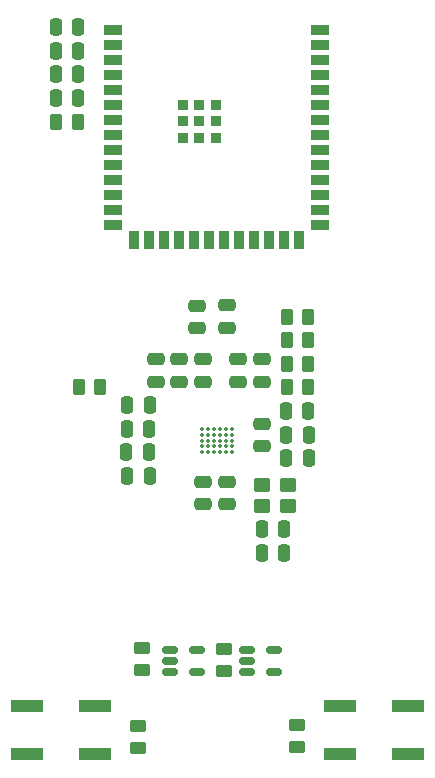
<source format=gbr>
%TF.GenerationSoftware,KiCad,Pcbnew,9.0.3*%
%TF.CreationDate,2025-08-15T22:13:16-04:00*%
%TF.ProjectId,bioimpedance,62696f69-6d70-4656-9461-6e63652e6b69,rev?*%
%TF.SameCoordinates,Original*%
%TF.FileFunction,Paste,Top*%
%TF.FilePolarity,Positive*%
%FSLAX46Y46*%
G04 Gerber Fmt 4.6, Leading zero omitted, Abs format (unit mm)*
G04 Created by KiCad (PCBNEW 9.0.3) date 2025-08-15 22:13:16*
%MOMM*%
%LPD*%
G01*
G04 APERTURE LIST*
G04 Aperture macros list*
%AMRoundRect*
0 Rectangle with rounded corners*
0 $1 Rounding radius*
0 $2 $3 $4 $5 $6 $7 $8 $9 X,Y pos of 4 corners*
0 Add a 4 corners polygon primitive as box body*
4,1,4,$2,$3,$4,$5,$6,$7,$8,$9,$2,$3,0*
0 Add four circle primitives for the rounded corners*
1,1,$1+$1,$2,$3*
1,1,$1+$1,$4,$5*
1,1,$1+$1,$6,$7*
1,1,$1+$1,$8,$9*
0 Add four rect primitives between the rounded corners*
20,1,$1+$1,$2,$3,$4,$5,0*
20,1,$1+$1,$4,$5,$6,$7,0*
20,1,$1+$1,$6,$7,$8,$9,0*
20,1,$1+$1,$8,$9,$2,$3,0*%
G04 Aperture macros list end*
%ADD10RoundRect,0.250000X-0.262500X-0.450000X0.262500X-0.450000X0.262500X0.450000X-0.262500X0.450000X0*%
%ADD11R,2.800000X1.000000*%
%ADD12RoundRect,0.250000X-0.450000X-0.350000X0.450000X-0.350000X0.450000X0.350000X-0.450000X0.350000X0*%
%ADD13RoundRect,0.250000X0.475000X-0.250000X0.475000X0.250000X-0.475000X0.250000X-0.475000X-0.250000X0*%
%ADD14C,0.350000*%
%ADD15RoundRect,0.250000X-0.475000X0.250000X-0.475000X-0.250000X0.475000X-0.250000X0.475000X0.250000X0*%
%ADD16R,0.900000X0.900000*%
%ADD17R,1.500000X0.900000*%
%ADD18R,0.900000X1.500000*%
%ADD19RoundRect,0.250000X0.250000X0.475000X-0.250000X0.475000X-0.250000X-0.475000X0.250000X-0.475000X0*%
%ADD20RoundRect,0.150000X-0.512500X-0.150000X0.512500X-0.150000X0.512500X0.150000X-0.512500X0.150000X0*%
%ADD21RoundRect,0.250000X0.450000X-0.262500X0.450000X0.262500X-0.450000X0.262500X-0.450000X-0.262500X0*%
%ADD22RoundRect,0.250000X0.262500X0.450000X-0.262500X0.450000X-0.262500X-0.450000X0.262500X-0.450000X0*%
%ADD23RoundRect,0.250000X-0.450000X0.262500X-0.450000X-0.262500X0.450000X-0.262500X0.450000X0.262500X0*%
%ADD24RoundRect,0.250000X-0.250000X-0.475000X0.250000X-0.475000X0.250000X0.475000X-0.250000X0.475000X0*%
G04 APERTURE END LIST*
D10*
%TO.C,R4*%
X119587500Y-66000000D03*
X121412500Y-66000000D03*
%TD*%
D11*
%TO.C,SW5*%
X97600000Y-93000000D03*
X103400000Y-93000000D03*
X97600000Y-97000000D03*
X103400000Y-97000000D03*
%TD*%
D12*
%TO.C,Y1*%
X117500000Y-76000000D03*
X119700000Y-76000000D03*
X119700000Y-74300000D03*
X117500000Y-74300000D03*
%TD*%
D13*
%TO.C,C18*%
X112490000Y-65500000D03*
X112490000Y-63600000D03*
%TD*%
D14*
%TO.C,U2*%
X112425000Y-69500000D03*
X112925000Y-69500000D03*
X113425000Y-69500000D03*
X113925000Y-69500000D03*
X114425000Y-69500000D03*
X114925000Y-69500000D03*
X112425000Y-70000000D03*
X112925000Y-70000000D03*
X113425000Y-70000000D03*
X113925000Y-70000000D03*
X114425000Y-70000000D03*
X114925000Y-70000000D03*
X112425000Y-70500000D03*
X112925000Y-70500000D03*
X113425000Y-70500000D03*
X113925000Y-70500000D03*
X114425000Y-70500000D03*
X114925000Y-70500000D03*
X112425000Y-71000000D03*
X112925000Y-71000000D03*
X113425000Y-71000000D03*
X113925000Y-71000000D03*
X114425000Y-71000000D03*
X114925000Y-71000000D03*
X112425000Y-71500000D03*
X112925000Y-71500000D03*
X113425000Y-71500000D03*
X113925000Y-71500000D03*
X114425000Y-71500000D03*
X114925000Y-71500000D03*
%TD*%
D15*
%TO.C,C22*%
X114500000Y-74000000D03*
X114500000Y-75900000D03*
%TD*%
D16*
%TO.C,U1*%
X110775000Y-42060000D03*
X110775000Y-43460000D03*
X110775000Y-44860000D03*
X112175000Y-42060000D03*
X112175000Y-43460000D03*
X112175000Y-44860000D03*
X113575000Y-42060000D03*
X113575000Y-43460000D03*
X113575000Y-44860000D03*
D17*
X104925000Y-35740000D03*
X104925000Y-37010000D03*
X104925000Y-38280000D03*
X104925000Y-39550000D03*
X104925000Y-40820000D03*
X104925000Y-42090000D03*
X104925000Y-43360000D03*
X104925000Y-44630000D03*
X104925000Y-45900000D03*
X104925000Y-47170000D03*
X104925000Y-48440000D03*
X104925000Y-49710000D03*
X104925000Y-50980000D03*
X104925000Y-52250000D03*
D18*
X106690000Y-53500000D03*
X107960000Y-53500000D03*
X109230000Y-53500000D03*
X110500000Y-53500000D03*
X111770000Y-53500000D03*
X113040000Y-53500000D03*
X114310000Y-53500000D03*
X115580000Y-53500000D03*
X116850000Y-53500000D03*
X118120000Y-53500000D03*
X119390000Y-53500000D03*
X120660000Y-53500000D03*
D17*
X122425000Y-52250000D03*
X122425000Y-50980000D03*
X122425000Y-49710000D03*
X122425000Y-48440000D03*
X122425000Y-47170000D03*
X122425000Y-45900000D03*
X122425000Y-44630000D03*
X122425000Y-43360000D03*
X122425000Y-42090000D03*
X122425000Y-40820000D03*
X122425000Y-39550000D03*
X122425000Y-38280000D03*
X122425000Y-37010000D03*
X122425000Y-35740000D03*
%TD*%
D19*
%TO.C,C24*%
X101950000Y-37500000D03*
X100050000Y-37500000D03*
%TD*%
D20*
%TO.C,U3*%
X109752700Y-88225000D03*
X109752700Y-89175000D03*
X109752700Y-90125000D03*
X112027700Y-90125000D03*
X112027700Y-88225000D03*
%TD*%
D13*
%TO.C,C1*%
X117500000Y-71000000D03*
X117500000Y-69100000D03*
%TD*%
D19*
%TO.C,C11*%
X107900000Y-71500000D03*
X106000000Y-71500000D03*
%TD*%
D13*
%TO.C,C14*%
X110500000Y-65500000D03*
X110500000Y-63600000D03*
%TD*%
D11*
%TO.C,SW6*%
X124100000Y-93000000D03*
X129900000Y-93000000D03*
X124100000Y-97000000D03*
X129900000Y-97000000D03*
%TD*%
D19*
%TO.C,C12*%
X108000000Y-67500000D03*
X106100000Y-67500000D03*
%TD*%
D21*
%TO.C,R16*%
X107000000Y-96500000D03*
X107000000Y-94675000D03*
%TD*%
D19*
%TO.C,C8*%
X101950000Y-41500000D03*
X100050000Y-41500000D03*
%TD*%
D22*
%TO.C,R2*%
X103825000Y-66000000D03*
X102000000Y-66000000D03*
%TD*%
D10*
%TO.C,R5*%
X119587500Y-62000000D03*
X121412500Y-62000000D03*
%TD*%
D19*
%TO.C,C9*%
X121450000Y-70000000D03*
X119550000Y-70000000D03*
%TD*%
%TO.C,C10*%
X107950000Y-69500000D03*
X106050000Y-69500000D03*
%TD*%
D23*
%TO.C,R8*%
X114252700Y-88175000D03*
X114252700Y-90000000D03*
%TD*%
D20*
%TO.C,U4*%
X116252700Y-88225000D03*
X116252700Y-89175000D03*
X116252700Y-90125000D03*
X118527700Y-90125000D03*
X118527700Y-88225000D03*
%TD*%
D19*
%TO.C,C5*%
X101950000Y-35500000D03*
X100050000Y-35500000D03*
%TD*%
D23*
%TO.C,R15*%
X120500000Y-94587500D03*
X120500000Y-96412500D03*
%TD*%
D15*
%TO.C,C20*%
X112000000Y-59100000D03*
X112000000Y-61000000D03*
%TD*%
D19*
%TO.C,C6*%
X101950000Y-39500000D03*
X100050000Y-39500000D03*
%TD*%
D24*
%TO.C,C3*%
X117500000Y-80000000D03*
X119400000Y-80000000D03*
%TD*%
D19*
%TO.C,C21*%
X108000000Y-73500000D03*
X106100000Y-73500000D03*
%TD*%
D15*
%TO.C,C4*%
X112500000Y-74000000D03*
X112500000Y-75900000D03*
%TD*%
D24*
%TO.C,C17*%
X119500000Y-68000000D03*
X121400000Y-68000000D03*
%TD*%
D15*
%TO.C,C16*%
X117500000Y-63600000D03*
X117500000Y-65500000D03*
%TD*%
D23*
%TO.C,R7*%
X107340200Y-88087500D03*
X107340200Y-89912500D03*
%TD*%
D22*
%TO.C,R6*%
X121412500Y-60000000D03*
X119587500Y-60000000D03*
%TD*%
D24*
%TO.C,C2*%
X117500000Y-77990000D03*
X119400000Y-77990000D03*
%TD*%
D10*
%TO.C,R3*%
X119587500Y-64000000D03*
X121412500Y-64000000D03*
%TD*%
D13*
%TO.C,C19*%
X114500000Y-60950000D03*
X114500000Y-59050000D03*
%TD*%
D24*
%TO.C,C23*%
X119550000Y-72000000D03*
X121450000Y-72000000D03*
%TD*%
D13*
%TO.C,C15*%
X115500000Y-65500000D03*
X115500000Y-63600000D03*
%TD*%
D10*
%TO.C,R1*%
X100087500Y-43500000D03*
X101912500Y-43500000D03*
%TD*%
D13*
%TO.C,C13*%
X108500000Y-65500000D03*
X108500000Y-63600000D03*
%TD*%
M02*

</source>
